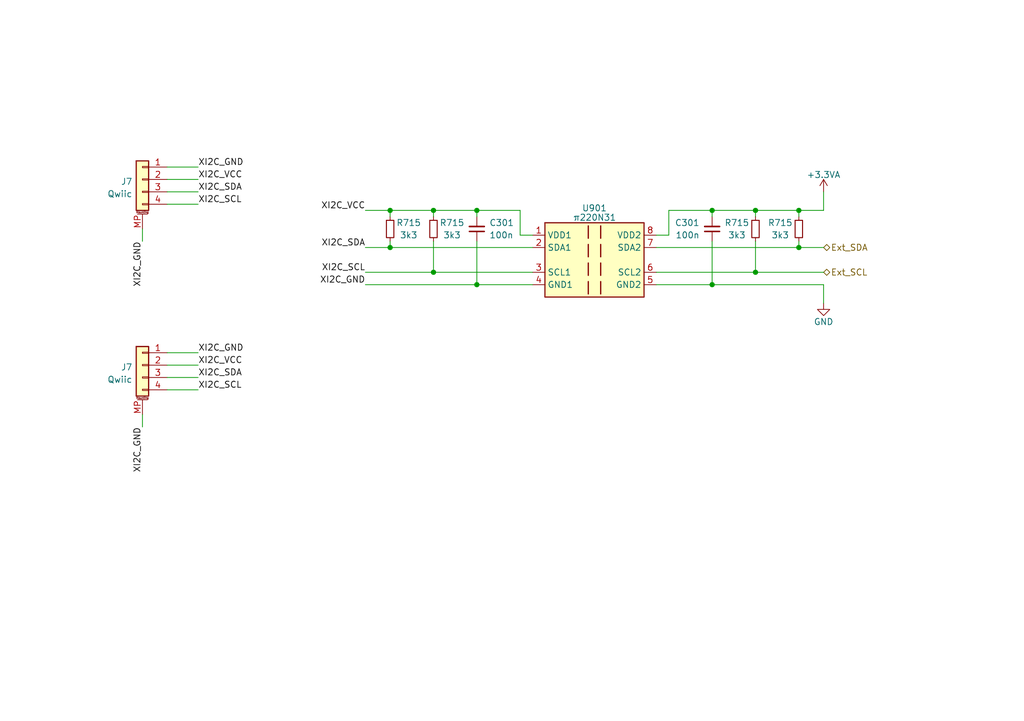
<source format=kicad_sch>
(kicad_sch (version 20230121) (generator eeschema)
  (paper "A5")
  (lib_symbols
    (symbol "Connector_Generic_MountingPin:Conn_01x04_MountingPin" (pin_names (offset 1.016) hide)
      (property "Reference" "J" (at 0 5.08 0))
      (property "Value" "Conn_01x04_MountingPin" (at 1.27 -7.62 0))
      (symbol "Conn_01x04_MountingPin_1_1"
        (rectangle (start -1.27 -4.953) (end 0 -5.207) (stroke (width 0.1524)))
        (rectangle (start -1.27 -2.413) (end 0 -2.667) (stroke (width 0.1524)))
        (rectangle (start -1.27 0.127) (end 0 -0.127) (stroke (width 0.1524)))
        (rectangle (start -1.27 2.667) (end 0 2.413) (stroke (width 0.1524)))
        (rectangle (start -1.27 3.81) (end 1.27 -6.35) (stroke (width 0.254)) (fill (type background)))
        (polyline (pts (xy -1.016 -7.112) (xy 1.016 -7.112)) (stroke (width 0.1524)))
        (text "Mounting" (at 0 -6.731 0) (effects (font (size 0.381 0.381))))
        (pin passive line (at -5.08 2.54 0) (length 3.81) (name "Pin_1") (number "1"))
        (pin passive line (at -5.08 0 0) (length 3.81) (name "Pin_2") (number "2"))
        (pin passive line (at -5.08 -2.54 0) (length 3.81) (name "Pin_3") (number "3"))
        (pin passive line (at -5.08 -5.08 0) (length 3.81) (name "Pin_4") (number "4"))
        (pin passive line (at 0 -10.16 90) (length 3.048) (name "MountPin") (number "MP"))
      )
    )
    (symbol "Device:C_Small" (pin_numbers hide) (pin_names (offset 0.254) hide)
      (property "Reference" "C" (at 0.254 1.778 0))
      (property "Value" "C_Small" (at 0.254 -2.032 0))
      (symbol "C_Small_0_1"
        (polyline (pts (xy -1.524 -0.508) (xy 1.524 -0.508)) (stroke (width 0.3302)))
        (polyline (pts (xy -1.524 0.508) (xy 1.524 0.508)) (stroke (width 0.3048)))
      )
      (symbol "C_Small_1_1"
        (pin passive line (at 0 2.54 270) (length 2.032) (name "~") (number "1"))
        (pin passive line (at 0 -2.54 90) (length 2.032) (name "~") (number "2"))
      )
    )
    (symbol "Device:R_Small" (pin_numbers hide) (pin_names (offset 0.254) hide)
      (property "Reference" "R" (at 0.762 0.508 0))
      (property "Value" "R_Small" (at 0.762 -1.016 0))
      (symbol "R_Small_0_1"
        (rectangle (start -0.762 1.778) (end 0.762 -1.778) (stroke (width 0.2032)))
      )
      (symbol "R_Small_1_1"
        (pin passive line (at 0 2.54 270) (length 0.762) (name "~") (number "1"))
        (pin passive line (at 0 -2.54 90) (length 0.762) (name "~") (number "2"))
      )
    )
    (symbol "OpenUPS_ups:PAI220N31"
      (property "Reference" "U" (at 0 3.81 0))
      (property "Value" "π220N31" (at 0 1.27 0))
      (symbol "PAI220N31_0_1"
        (rectangle (start -10.16 0) (end 10.16 -15.24) (stroke (width 0.254)) (fill (type background)))
        (polyline (pts (xy -1.27 -12.065) (xy -1.27 -14.605)) (stroke (width 0.254)))
        (polyline (pts (xy -1.27 -8.255) (xy -1.27 -10.795)) (stroke (width 0.254)))
        (polyline (pts (xy -1.27 -4.445) (xy -1.27 -6.985)) (stroke (width 0.254)))
        (polyline (pts (xy -1.27 -0.635) (xy -1.27 -3.175)) (stroke (width 0.254)))
        (polyline (pts (xy 1.27 -12.065) (xy 1.27 -14.605)) (stroke (width 0.254)))
        (polyline (pts (xy 1.27 -8.255) (xy 1.27 -10.795)) (stroke (width 0.254)))
        (polyline (pts (xy 1.27 -4.445) (xy 1.27 -6.985)) (stroke (width 0.254)))
        (polyline (pts (xy 1.27 -0.635) (xy 1.27 -3.175)) (stroke (width 0.254)))
      )
      (symbol "PAI220N31_1_1"
        (pin power_in line (at -12.7 -2.54 0) (length 2.54) (name "VDD1") (number "1"))
        (pin bidirectional line (at -12.7 -5.08 0) (length 2.54) (name "SDA1") (number "2"))
        (pin bidirectional line (at -12.7 -10.16 0) (length 2.54) (name "SCL1") (number "3"))
        (pin power_in line (at -12.7 -12.7 0) (length 2.54) (name "GND1") (number "4"))
        (pin power_in line (at 12.7 -12.7 180) (length 2.54) (name "GND2") (number "5"))
        (pin bidirectional line (at 12.7 -10.16 180) (length 2.54) (name "SCL2") (number "6"))
        (pin bidirectional line (at 12.7 -5.08 180) (length 2.54) (name "SDA2") (number "7"))
        (pin power_in line (at 12.7 -2.54 180) (length 2.54) (name "VDD2") (number "8"))
      )
    )
    (symbol "power:+3.3VA" (power) (pin_names (offset 0))
      (property "Value" "+3.3VA" (at 0 3.556 0))
      (symbol "+3.3VA_0_1"
        (polyline (pts (xy -0.762 1.27) (xy 0 2.54)))
        (polyline (pts (xy 0 0) (xy 0 2.54)))
        (polyline (pts (xy 0 2.54) (xy 0.762 1.27)))
      )
      (symbol "+3.3VA_1_1"
        (pin power_in line (at 0 0 90) (length 0) hide (name "+3.3VA") (number "1"))
      )
    )
    (symbol "power:GND" (power) (pin_names (offset 0))
      (property "Value" "GND" (at 0 -3.81 0))
      (symbol "GND_0_1"
        (polyline (pts (xy 0 0) (xy 0 -1.27) (xy 1.27 -1.27) (xy 0 -2.54) (xy -1.27 -1.27) (xy 0 -1.27)))
      )
      (symbol "GND_1_1"
        (pin power_in line (at 0 0 270) (length 0) hide (name "GND") (number "1"))
      )
    )
  )
  (junction (at 163.83 43.18))
  (junction (at 154.94 55.88))
  (junction (at 88.9 55.88))
  (junction (at 163.83 50.8))
  (junction (at 80.01 43.18))
  (junction (at 146.05 58.42))
  (junction (at 146.05 43.18))
  (junction (at 97.79 43.18))
  (junction (at 80.01 50.8))
  (junction (at 97.79 58.42))
  (junction (at 88.9 43.18))
  (junction (at 154.94 43.18))
  (wire (pts (xy 97.79 43.18) (xy 97.79 44.45)))
  (wire (pts (xy 88.9 44.45) (xy 88.9 43.18)))
  (wire (pts (xy 154.94 43.18) (xy 146.05 43.18)))
  (wire (pts (xy 29.21 46.99) (xy 29.21 49.53)))
  (wire (pts (xy 34.29 72.39) (xy 40.64 72.39)))
  (wire (pts (xy 137.16 43.18) (xy 137.16 48.26)))
  (wire (pts (xy 74.93 50.8) (xy 80.01 50.8)))
  (wire (pts (xy 168.91 58.42) (xy 168.91 62.23)))
  (wire (pts (xy 80.01 43.18) (xy 88.9 43.18)))
  (wire (pts (xy 154.94 55.88) (xy 134.62 55.88)))
  (wire (pts (xy 40.64 39.37) (xy 34.29 39.37)))
  (wire (pts (xy 34.29 34.29) (xy 40.64 34.29)))
  (wire (pts (xy 88.9 43.18) (xy 97.79 43.18)))
  (wire (pts (xy 80.01 50.8) (xy 109.22 50.8)))
  (wire (pts (xy 163.83 43.18) (xy 154.94 43.18)))
  (wire (pts (xy 97.79 43.18) (xy 106.68 43.18)))
  (wire (pts (xy 163.83 44.45) (xy 163.83 43.18)))
  (wire (pts (xy 168.91 43.18) (xy 163.83 43.18)))
  (wire (pts (xy 80.01 44.45) (xy 80.01 43.18)))
  (wire (pts (xy 168.91 55.88) (xy 154.94 55.88)))
  (wire (pts (xy 88.9 55.88) (xy 109.22 55.88)))
  (wire (pts (xy 146.05 58.42) (xy 134.62 58.42)))
  (wire (pts (xy 97.79 58.42) (xy 109.22 58.42)))
  (wire (pts (xy 74.93 43.18) (xy 80.01 43.18)))
  (wire (pts (xy 97.79 49.53) (xy 97.79 58.42)))
  (wire (pts (xy 34.29 36.83) (xy 40.64 36.83)))
  (wire (pts (xy 74.93 55.88) (xy 88.9 55.88)))
  (wire (pts (xy 154.94 44.45) (xy 154.94 43.18)))
  (wire (pts (xy 154.94 49.53) (xy 154.94 55.88)))
  (wire (pts (xy 163.83 49.53) (xy 163.83 50.8)))
  (wire (pts (xy 34.29 74.93) (xy 40.64 74.93)))
  (wire (pts (xy 146.05 49.53) (xy 146.05 58.42)))
  (wire (pts (xy 137.16 48.26) (xy 134.62 48.26)))
  (wire (pts (xy 146.05 43.18) (xy 146.05 44.45)))
  (wire (pts (xy 146.05 43.18) (xy 137.16 43.18)))
  (wire (pts (xy 106.68 43.18) (xy 106.68 48.26)))
  (wire (pts (xy 168.91 58.42) (xy 146.05 58.42)))
  (wire (pts (xy 106.68 48.26) (xy 109.22 48.26)))
  (wire (pts (xy 163.83 50.8) (xy 134.62 50.8)))
  (wire (pts (xy 168.91 50.8) (xy 163.83 50.8)))
  (wire (pts (xy 40.64 77.47) (xy 34.29 77.47)))
  (wire (pts (xy 40.64 80.01) (xy 34.29 80.01)))
  (wire (pts (xy 74.93 58.42) (xy 97.79 58.42)))
  (wire (pts (xy 80.01 49.53) (xy 80.01 50.8)))
  (wire (pts (xy 168.91 39.37) (xy 168.91 43.18)))
  (wire (pts (xy 40.64 41.91) (xy 34.29 41.91)))
  (wire (pts (xy 29.21 85.09) (xy 29.21 87.63)))
  (wire (pts (xy 88.9 49.53) (xy 88.9 55.88)))
  (label "XI2C_GND" (at 40.64 72.39 0))
  (label "XI2C_GND" (at 74.93 58.42 180))
  (label "XI2C_GND" (at 29.21 49.53 270))
  (label "XI2C_SDA" (at 74.93 50.8 180))
  (label "XI2C_SCL" (at 40.64 80.01 0))
  (label "XI2C_GND" (at 40.64 34.29 0))
  (label "XI2C_VCC" (at 40.64 36.83 0))
  (label "XI2C_VCC" (at 40.64 74.93 0))
  (label "XI2C_SDA" (at 40.64 39.37 0))
  (label "XI2C_VCC" (at 74.93 43.18 180))
  (label "XI2C_SCL" (at 40.64 41.91 0))
  (label "XI2C_SCL" (at 74.93 55.88 180))
  (label "XI2C_SDA" (at 40.64 77.47 0))
  (label "XI2C_GND" (at 29.21 87.63 270))
  (hierarchical_label "Ext_SCL" (shape bidirectional) (at 168.91 55.88 0))
  (hierarchical_label "Ext_SDA" (shape bidirectional) (at 168.91 50.8 0))
  (symbol (lib_id "Connector_Generic_MountingPin:Conn_01x04_MountingPin") (at 29.21 74.93 0) (mirror y) (unit 1)
    (property "Reference" "J7" (at 27.178 75.3653 0) (effects (justify left)))
    (property "Value" "Qwiic" (at 27.178 77.9022 0) (effects (justify left)))
    (property "Footprint" "Connector_JST:JST_SH_SM04B-SRSS-TB_1x04-1MP_P1.00mm_Horizontal" (effects hide))
    (instances (project "h3_extra_ports" (path "" (reference "J7") (unit 1))) (project "OpenUPS_ups" (path "" (reference "J902") (unit 1))))
  )
  (symbol (lib_id "Device:R_Small") (at 80.01 46.99 0) (mirror x) (unit 1)
    (property "Reference" "R715" (at 83.82 45.72 0))
    (property "Value" "3k3" (at 83.82 48.26 0))
    (property "Footprint" "Resistor_SMD:R_0603_1608Metric" (effects hide))
    (instances (project "OpenUPS_ups" (path "" (reference "R715") (unit 1)) (path "" (reference "R413") (unit 1)) (path "" (reference "R438") (unit 1)) (path "" (reference "R901") (unit 1))))
  )
  (symbol (lib_id "power:+3.3VA") (at 168.91 39.37 0) (unit 1)
    (property "Reference" "#PWR0102" (effects hide))
    (property "Value" "+3.3VA" (at 168.91 35.8681 0))
    (instances (project "OpenUPS_ups" (path "" (reference "#PWR0102") (unit 1)) (path "" (reference "#PWR0432") (unit 1)) (path "" (reference "#PWR0901") (unit 1))))
  )
  (symbol (lib_id "OpenUPS_ups:PAI220N31") (at 121.92 45.72 0) (unit 1)
    (property "Reference" "U901" (at 121.92 42.7101 0))
    (property "Value" "π220N31" (at 121.92 44.6311 0))
    (property "Footprint" "Package_SO:SO-8_3.9x4.9mm_P1.27mm" (effects hide))
    (property "Datasheet" "https://www.tme.eu/Document/b2dfe7c1441ab8d65542feb71da7e703/PAI22xN31.pdf" (effects hide))
    (property "Alt" "ADUM1250, ISO1640" (effects hide))
  )
  (symbol (lib_id "Device:R_Small") (at 163.83 46.99 180) (unit 1)
    (property "Reference" "R715" (at 160.02 45.72 0))
    (property "Value" "3k3" (at 160.02 48.26 0))
    (property "Footprint" "Resistor_SMD:R_0603_1608Metric" (effects hide))
    (instances (project "OpenUPS_ups" (path "" (reference "R715") (unit 1)) (path "" (reference "R413") (unit 1)) (path "" (reference "R438") (unit 1)) (path "" (reference "R906") (unit 1))))
  )
  (symbol (lib_id "Device:C_Small") (at 97.79 46.99 180) (unit 1)
    (property "Reference" "C301" (at 100.33 45.72 0) (effects (justify right)))
    (property "Value" "100n" (at 100.33 48.26 0) (effects (justify right)))
    (property "Footprint" "Capacitor_SMD:C_0603_1608Metric" (effects hide))
    (instances (project "OpenUPS_ups" (path "" (reference "C301") (unit 1)) (path "" (reference "C508") (unit 1)) (path "" (reference "C901") (unit 1))))
  )
  (symbol (lib_id "Device:R_Small") (at 154.94 46.99 180) (unit 1)
    (property "Reference" "R715" (at 151.13 45.72 0))
    (property "Value" "3k3" (at 151.13 48.26 0))
    (property "Footprint" "Resistor_SMD:R_0603_1608Metric" (effects hide))
    (instances (project "OpenUPS_ups" (path "" (reference "R715") (unit 1)) (path "" (reference "R413") (unit 1)) (path "" (reference "R438") (unit 1)) (path "" (reference "R905") (unit 1))))
  )
  (symbol (lib_id "Device:C_Small") (at 146.05 46.99 0) (mirror x) (unit 1)
    (property "Reference" "C301" (at 143.51 45.72 0) (effects (justify right)))
    (property "Value" "100n" (at 143.51 48.26 0) (effects (justify right)))
    (property "Footprint" "Capacitor_SMD:C_0603_1608Metric" (effects hide))
    (instances (project "OpenUPS_ups" (path "" (reference "C301") (unit 1)) (path "" (reference "C508") (unit 1)) (path "" (reference "C902") (unit 1))))
  )
  (symbol (lib_id "power:GND") (at 168.91 62.23 0) (mirror y) (unit 1)
    (property "Reference" "#PWR0102" (effects hide))
    (property "Value" "GND" (at 168.91 66.04 0))
    (instances (project "OpenUPS_ups" (path "" (reference "#PWR0102") (unit 1)) (path "" (reference "#PWR0505") (unit 1)) (path "" (reference "#PWR0902") (unit 1))))
  )
  (symbol (lib_id "Device:R_Small") (at 88.9 46.99 0) (mirror x) (unit 1)
    (property "Reference" "R715" (at 92.71 45.72 0))
    (property "Value" "3k3" (at 92.71 48.26 0))
    (property "Footprint" "Resistor_SMD:R_0603_1608Metric" (effects hide))
    (instances (project "OpenUPS_ups" (path "" (reference "R715") (unit 1)) (path "" (reference "R413") (unit 1)) (path "" (reference "R438") (unit 1)) (path "" (reference "R902") (unit 1))))
  )
  (symbol (lib_id "Connector_Generic_MountingPin:Conn_01x04_MountingPin") (at 29.21 36.83 0) (mirror y) (unit 1)
    (property "Reference" "J7" (at 27.178 37.2653 0) (effects (justify left)))
    (property "Value" "Qwiic" (at 27.178 39.8022 0) (effects (justify left)))
    (property "Footprint" "Connector_JST:JST_SH_SM04B-SRSS-TB_1x04-1MP_P1.00mm_Horizontal" (effects hide))
    (instances (project "h3_extra_ports" (path "" (reference "J7") (unit 1))) (project "OpenUPS_ups" (path "" (reference "J901") (unit 1))))
  )
)
</source>
